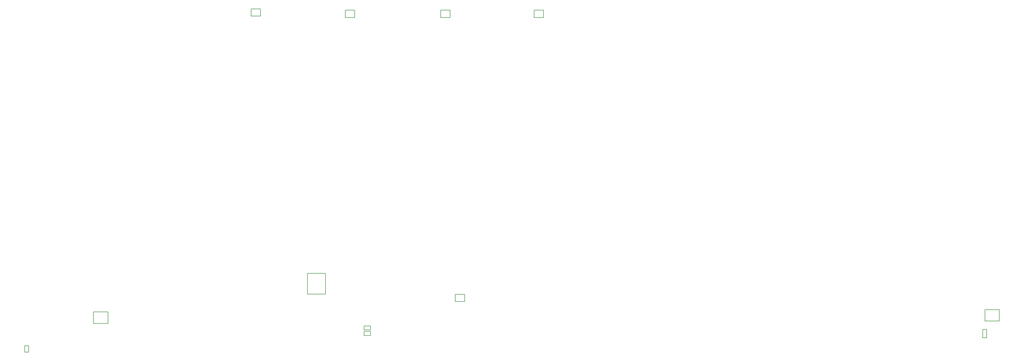
<source format=gbr>
%TF.GenerationSoftware,Altium Limited,Altium Designer,21.6.4 (81)*%
G04 Layer_Color=32768*
%FSLAX43Y43*%
%MOMM*%
%TF.SameCoordinates,D4C572C6-D0EE-4933-9396-1D80D03FA8BE*%
%TF.FilePolarity,Positive*%
%TF.FileFunction,Other,Bottom_3D_Body*%
%TF.Part,Single*%
G01*
G75*
%TA.AperFunction,NonConductor*%
%ADD98C,0.200*%
D98*
X180665Y37030D02*
X186885D01*
Y29920D02*
Y37030D01*
X180665Y29920D02*
X186885D01*
X180665D02*
Y37030D01*
X412023Y17810D02*
X413323D01*
X412023Y14910D02*
Y17810D01*
Y14910D02*
X413323D01*
Y17810D01*
X107387Y19823D02*
X112387D01*
X107387D02*
Y23803D01*
X112387D01*
Y19823D02*
Y23803D01*
X417689Y20686D02*
Y24586D01*
X412789D02*
X417689D01*
X412789Y20686D02*
Y24586D01*
Y20686D02*
X417689D01*
X200125Y17625D02*
Y19025D01*
X202325D01*
Y17625D02*
Y19025D01*
X200125Y17625D02*
X202325D01*
X200125Y15700D02*
Y17100D01*
X202325D01*
Y15700D02*
Y17100D01*
X200125Y15700D02*
X202325D01*
X261575Y124750D02*
Y127250D01*
X258375Y124750D02*
X261575D01*
X258375D02*
Y127250D01*
X261575D01*
X196875Y124750D02*
Y127250D01*
X193675Y124750D02*
X196875D01*
X193675D02*
Y127250D01*
X196875D01*
X161400Y127750D02*
X164600D01*
X161400Y125250D02*
Y127750D01*
Y125250D02*
X164600D01*
Y127750D01*
X226375Y127250D02*
X229575D01*
X226375Y124750D02*
Y127250D01*
Y124750D02*
X229575D01*
Y127250D01*
X231325Y29850D02*
X234525D01*
X231325Y27350D02*
Y29850D01*
Y27350D02*
X234525D01*
Y29850D01*
X83825Y10025D02*
X85225D01*
X83825D02*
Y12225D01*
X85225D01*
Y10025D02*
Y12225D01*
%TF.MD5,483bc439911c3e4880e40a80746b94e5*%
M02*

</source>
